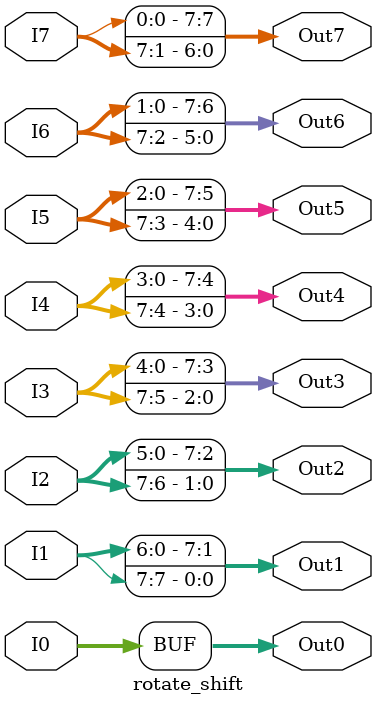
<source format=v>
`timescale 1ns / 1ps
module rotate_shift(
    input [7:0] I0,
    input [7:0] I1,
    input [7:0] I2,
    input [7:0] I3,
    input [7:0] I4,
    input [7:0] I5,
    input [7:0] I6,
    input [7:0] I7,
    output [7:0] Out0,
    output [7:0] Out1,
    output [7:0] Out2,
    output [7:0] Out3,
    output [7:0] Out4,
    output [7:0] Out5,
    output [7:0] Out6,
    output [7:0] Out7
    );
	 
	 assign Out0[7:0] = I0[7:0];
	 assign Out1[7:0] = {I1[6:0],I1[7]};
	 assign Out2[7:0] = {I2[5:0],I2[7:6]};
	 assign Out3[7:0] = {I3[4:0],I3[7:5]};
	 assign Out4[7:0] = {I4[3:0],I4[7:4]};
	 assign Out5[7:0] = {I5[2:0],I5[7:3]};
	 assign Out6[7:0] = {I6[1:0],I6[7:2]};
	 assign Out7[7:0] = {I7[0],I7[7:1]};
		 




endmodule

</source>
